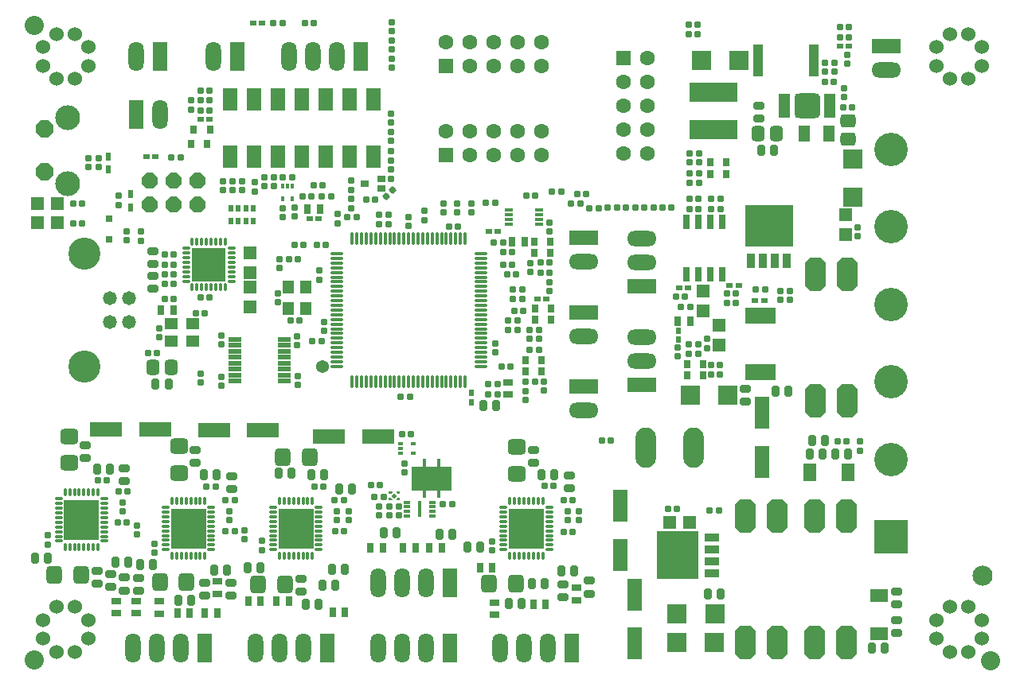
<source format=gts>
G04*
G04 #@! TF.GenerationSoftware,Altium Limited,Altium Designer,18.1.9 (240)*
G04*
G04 Layer_Color=8388736*
%FSLAX25Y25*%
%MOIN*%
G70*
G01*
G75*
%ADD18C,0.03000*%
%ADD103C,0.06306*%
%ADD104R,0.04600X0.01300*%
%ADD105R,0.05300X0.01700*%
%ADD106R,0.16800X0.10400*%
%ADD107R,0.06306X0.09573*%
%ADD108R,0.03550X0.01565*%
G04:AMPARAMS|DCode=109|XSize=33.13mil|YSize=43.37mil|CornerRadius=7.83mil|HoleSize=0mil|Usage=FLASHONLY|Rotation=180.000|XOffset=0mil|YOffset=0mil|HoleType=Round|Shape=RoundedRectangle|*
%AMROUNDEDRECTD109*
21,1,0.03313,0.02772,0,0,180.0*
21,1,0.01748,0.04337,0,0,180.0*
1,1,0.01565,-0.00874,0.01386*
1,1,0.01565,0.00874,0.01386*
1,1,0.01565,0.00874,-0.01386*
1,1,0.01565,-0.00874,-0.01386*
%
%ADD109ROUNDEDRECTD109*%
%ADD110R,0.20479X0.08215*%
%ADD111R,0.08300X0.08300*%
G04:AMPARAMS|DCode=112|XSize=56mil|YSize=64mil|CornerRadius=15mil|HoleSize=0mil|Usage=FLASHONLY|Rotation=270.000|XOffset=0mil|YOffset=0mil|HoleType=Round|Shape=RoundedRectangle|*
%AMROUNDEDRECTD112*
21,1,0.05600,0.03400,0,0,270.0*
21,1,0.02600,0.06400,0,0,270.0*
1,1,0.03000,-0.01700,-0.01300*
1,1,0.03000,-0.01700,0.01300*
1,1,0.03000,0.01700,0.01300*
1,1,0.03000,0.01700,-0.01300*
%
%ADD112ROUNDEDRECTD112*%
%ADD113R,0.04731X0.07093*%
%ADD114R,0.05833X0.07487*%
%ADD115R,0.02400X0.03200*%
%ADD116R,0.05400X0.01900*%
G04:AMPARAMS|DCode=117|XSize=80mil|YSize=80mil|CornerRadius=40mil|HoleSize=0mil|Usage=FLASHONLY|Rotation=0.000|XOffset=0mil|YOffset=0mil|HoleType=Round|Shape=RoundedRectangle|*
%AMROUNDEDRECTD117*
21,1,0.08000,0.00000,0,0,0.0*
21,1,0.00000,0.08000,0,0,0.0*
1,1,0.08000,0.00000,0.00000*
1,1,0.08000,0.00000,0.00000*
1,1,0.08000,0.00000,0.00000*
1,1,0.08000,0.00000,0.00000*
%
%ADD117ROUNDEDRECTD117*%
%ADD118R,0.13000X0.06700*%
G04:AMPARAMS|DCode=119|XSize=56mil|YSize=64mil|CornerRadius=15mil|HoleSize=0mil|Usage=FLASHONLY|Rotation=180.000|XOffset=0mil|YOffset=0mil|HoleType=Round|Shape=RoundedRectangle|*
%AMROUNDEDRECTD119*
21,1,0.05600,0.03400,0,0,180.0*
21,1,0.02600,0.06400,0,0,180.0*
1,1,0.03000,-0.01300,0.01700*
1,1,0.03000,0.01300,0.01700*
1,1,0.03000,0.01300,-0.01700*
1,1,0.03000,-0.01300,-0.01700*
%
%ADD119ROUNDEDRECTD119*%
G04:AMPARAMS|DCode=120|XSize=26mil|YSize=28mil|CornerRadius=6.4mil|HoleSize=0mil|Usage=FLASHONLY|Rotation=0.000|XOffset=0mil|YOffset=0mil|HoleType=Round|Shape=RoundedRectangle|*
%AMROUNDEDRECTD120*
21,1,0.02600,0.01520,0,0,0.0*
21,1,0.01320,0.02800,0,0,0.0*
1,1,0.01280,0.00660,-0.00760*
1,1,0.01280,-0.00660,-0.00760*
1,1,0.01280,-0.00660,0.00760*
1,1,0.01280,0.00660,0.00760*
%
%ADD120ROUNDEDRECTD120*%
%ADD121R,0.05600X0.04600*%
%ADD122R,0.02400X0.03000*%
G04:AMPARAMS|DCode=123|XSize=33.13mil|YSize=43.37mil|CornerRadius=7.83mil|HoleSize=0mil|Usage=FLASHONLY|Rotation=90.000|XOffset=0mil|YOffset=0mil|HoleType=Round|Shape=RoundedRectangle|*
%AMROUNDEDRECTD123*
21,1,0.03313,0.02772,0,0,90.0*
21,1,0.01748,0.04337,0,0,90.0*
1,1,0.01565,0.01386,0.00874*
1,1,0.01565,0.01386,-0.00874*
1,1,0.01565,-0.01386,-0.00874*
1,1,0.01565,-0.01386,0.00874*
%
%ADD123ROUNDEDRECTD123*%
G04:AMPARAMS|DCode=124|XSize=26mil|YSize=28mil|CornerRadius=6.4mil|HoleSize=0mil|Usage=FLASHONLY|Rotation=270.000|XOffset=0mil|YOffset=0mil|HoleType=Round|Shape=RoundedRectangle|*
%AMROUNDEDRECTD124*
21,1,0.02600,0.01520,0,0,270.0*
21,1,0.01320,0.02800,0,0,270.0*
1,1,0.01280,-0.00760,-0.00660*
1,1,0.01280,-0.00760,0.00660*
1,1,0.01280,0.00760,0.00660*
1,1,0.01280,0.00760,-0.00660*
%
%ADD124ROUNDEDRECTD124*%
%ADD125O,0.01384X0.05518*%
%ADD126O,0.05518X0.01384*%
%ADD127R,0.02800X0.02800*%
%ADD128R,0.03943X0.13392*%
%ADD129C,0.06000*%
G04:AMPARAMS|DCode=130|XSize=67mil|YSize=75mil|CornerRadius=17.75mil|HoleSize=0mil|Usage=FLASHONLY|Rotation=90.000|XOffset=0mil|YOffset=0mil|HoleType=Round|Shape=RoundedRectangle|*
%AMROUNDEDRECTD130*
21,1,0.06700,0.03950,0,0,90.0*
21,1,0.03150,0.07500,0,0,90.0*
1,1,0.03550,0.01975,0.01575*
1,1,0.03550,0.01975,-0.01575*
1,1,0.03550,-0.01975,-0.01575*
1,1,0.03550,-0.01975,0.01575*
%
%ADD130ROUNDEDRECTD130*%
%ADD131R,0.13786X0.05912*%
%ADD132R,0.06000X0.03200*%
%ADD133R,0.17400X0.20100*%
%ADD134R,0.02800X0.06400*%
%ADD135R,0.05200X0.05200*%
G04:AMPARAMS|DCode=136|XSize=54mil|YSize=54mil|CornerRadius=27mil|HoleSize=0mil|Usage=FLASHONLY|Rotation=270.000|XOffset=0mil|YOffset=0mil|HoleType=Round|Shape=RoundedRectangle|*
%AMROUNDEDRECTD136*
21,1,0.05400,0.00000,0,0,270.0*
21,1,0.00000,0.05400,0,0,270.0*
1,1,0.05400,0.00000,0.00000*
1,1,0.05400,0.00000,0.00000*
1,1,0.05400,0.00000,0.00000*
1,1,0.05400,0.00000,0.00000*
%
%ADD136ROUNDEDRECTD136*%
%ADD137R,0.03038X0.03865*%
%ADD138R,0.14573X0.16542*%
%ADD139O,0.01384X0.03747*%
%ADD140O,0.03747X0.01384*%
G04:AMPARAMS|DCode=141|XSize=14.96mil|YSize=35.43mil|CornerRadius=6.38mil|HoleSize=0mil|Usage=FLASHONLY|Rotation=180.000|XOffset=0mil|YOffset=0mil|HoleType=Round|Shape=RoundedRectangle|*
%AMROUNDEDRECTD141*
21,1,0.01496,0.02268,0,0,180.0*
21,1,0.00221,0.03543,0,0,180.0*
1,1,0.01276,-0.00110,0.01134*
1,1,0.01276,0.00110,0.01134*
1,1,0.01276,0.00110,-0.01134*
1,1,0.01276,-0.00110,-0.01134*
%
%ADD141ROUNDEDRECTD141*%
G04:AMPARAMS|DCode=142|XSize=14.96mil|YSize=35.43mil|CornerRadius=6.38mil|HoleSize=0mil|Usage=FLASHONLY|Rotation=270.000|XOffset=0mil|YOffset=0mil|HoleType=Round|Shape=RoundedRectangle|*
%AMROUNDEDRECTD142*
21,1,0.01496,0.02268,0,0,270.0*
21,1,0.00221,0.03543,0,0,270.0*
1,1,0.01276,-0.01134,-0.00110*
1,1,0.01276,-0.01134,0.00110*
1,1,0.01276,0.01134,0.00110*
1,1,0.01276,0.01134,-0.00110*
%
%ADD142ROUNDEDRECTD142*%
%ADD143R,0.14100X0.14100*%
%ADD144R,0.02762X0.03550*%
G04:AMPARAMS|DCode=145|XSize=109mil|YSize=109mil|CornerRadius=28.25mil|HoleSize=0mil|Usage=FLASHONLY|Rotation=180.000|XOffset=0mil|YOffset=0mil|HoleType=Round|Shape=RoundedRectangle|*
%AMROUNDEDRECTD145*
21,1,0.10900,0.05250,0,0,180.0*
21,1,0.05250,0.10900,0,0,180.0*
1,1,0.05650,-0.02625,0.02625*
1,1,0.05650,0.02625,0.02625*
1,1,0.05650,0.02625,-0.02625*
1,1,0.05650,-0.02625,-0.02625*
%
%ADD145ROUNDEDRECTD145*%
%ADD146R,0.04836X0.01985*%
%ADD147R,0.02368X0.02565*%
%ADD148R,0.03550X0.02565*%
%ADD149R,0.02565X0.01384*%
%ADD150R,0.01187X0.06699*%
%ADD151R,0.02172X0.01581*%
%ADD152R,0.08471X0.08471*%
%ADD153O,0.01502X0.03550*%
%ADD154O,0.03550X0.01502*%
%ADD155P,0.02132X4X180.0*%
%ADD156R,0.01581X0.02172*%
G04:AMPARAMS|DCode=157|XSize=27.62mil|YSize=28mil|CornerRadius=6.72mil|HoleSize=0mil|Usage=FLASHONLY|Rotation=90.000|XOffset=0mil|YOffset=0mil|HoleType=Round|Shape=RoundedRectangle|*
%AMROUNDEDRECTD157*
21,1,0.02762,0.01455,0,0,90.0*
21,1,0.01417,0.02800,0,0,90.0*
1,1,0.01345,0.00728,0.00709*
1,1,0.01345,0.00728,-0.00709*
1,1,0.01345,-0.00728,-0.00709*
1,1,0.01345,-0.00728,0.00709*
%
%ADD157ROUNDEDRECTD157*%
%ADD158R,0.02565X0.02368*%
%ADD159R,0.03865X0.03038*%
%ADD160R,0.05912X0.13786*%
G04:AMPARAMS|DCode=161|XSize=67mil|YSize=75mil|CornerRadius=17.75mil|HoleSize=0mil|Usage=FLASHONLY|Rotation=180.000|XOffset=0mil|YOffset=0mil|HoleType=Round|Shape=RoundedRectangle|*
%AMROUNDEDRECTD161*
21,1,0.06700,0.03950,0,0,180.0*
21,1,0.03150,0.07500,0,0,180.0*
1,1,0.03550,-0.01575,0.01975*
1,1,0.03550,0.01575,0.01975*
1,1,0.03550,0.01575,-0.01975*
1,1,0.03550,-0.01575,-0.01975*
%
%ADD161ROUNDEDRECTD161*%
%ADD162R,0.05200X0.05200*%
%ADD163R,0.08300X0.08300*%
%ADD164R,0.04600X0.05600*%
G04:AMPARAMS|DCode=165|XSize=26mil|YSize=28mil|CornerRadius=6.4mil|HoleSize=0mil|Usage=FLASHONLY|Rotation=225.000|XOffset=0mil|YOffset=0mil|HoleType=Round|Shape=RoundedRectangle|*
%AMROUNDEDRECTD165*
21,1,0.02600,0.01520,0,0,225.0*
21,1,0.01320,0.02800,0,0,225.0*
1,1,0.01280,-0.01004,0.00071*
1,1,0.01280,-0.00071,0.01004*
1,1,0.01280,0.01004,-0.00071*
1,1,0.01280,0.00071,-0.01004*
%
%ADD165ROUNDEDRECTD165*%
%ADD166R,0.07487X0.05833*%
%ADD167R,0.03200X0.06000*%
%ADD168R,0.20100X0.17400*%
%ADD169R,0.06306X0.06306*%
%ADD170C,0.06306*%
%ADD171O,0.08650X0.16900*%
%ADD172R,0.06306X0.06306*%
G04:AMPARAMS|DCode=173|XSize=137mil|YSize=87mil|CornerRadius=0mil|HoleSize=0mil|Usage=FLASHONLY|Rotation=270.000|XOffset=0mil|YOffset=0mil|HoleType=Round|Shape=Octagon|*
%AMOCTAGOND173*
4,1,8,-0.02175,-0.06850,0.02175,-0.06850,0.04350,-0.04675,0.04350,0.04675,0.02175,0.06850,-0.02175,0.06850,-0.04350,0.04675,-0.04350,-0.04675,-0.02175,-0.06850,0.0*
%
%ADD173OCTAGOND173*%

%ADD174P,0.07144X8X22.5*%
%ADD175C,0.05800*%
%ADD176C,0.13450*%
%ADD177P,0.08010X8X292.5*%
%ADD178C,0.10400*%
%ADD179R,0.12400X0.06400*%
%ADD180O,0.12400X0.06400*%
%ADD181R,0.06400X0.12400*%
%ADD182O,0.06400X0.12400*%
%ADD183O,0.13998X0.14000*%
%ADD184R,0.13998X0.14000*%
%ADD185C,0.08400*%
%ADD186C,0.02400*%
G36*
X67874Y-150925D02*
Y-150492D01*
X67283Y-149902D01*
X66260D01*
Y-150925D01*
X67874D01*
D02*
G37*
G36*
X66260Y-147303D02*
Y-148327D01*
X67283D01*
X67874Y-147736D01*
Y-147303D01*
X66260D01*
D02*
G37*
G36*
X71142Y-150925D02*
Y-149902D01*
X70118D01*
X69528Y-150492D01*
Y-150925D01*
X71142D01*
D02*
G37*
G36*
X69528Y-147303D02*
Y-147736D01*
X70118Y-148327D01*
X71142D01*
Y-147303D01*
X69528D01*
D02*
G37*
G54D18*
X193156Y-170057D02*
D03*
Y-166058D02*
D03*
X189156D02*
D03*
Y-170057D02*
D03*
X185156D02*
D03*
Y-166058D02*
D03*
X181156D02*
D03*
Y-170057D02*
D03*
Y-178058D02*
D03*
Y-182057D02*
D03*
X185156D02*
D03*
Y-178058D02*
D03*
X189156D02*
D03*
Y-182057D02*
D03*
X193156D02*
D03*
Y-178058D02*
D03*
Y-174057D02*
D03*
X189156D02*
D03*
X181156D02*
D03*
X185156D02*
D03*
X119644Y-156324D02*
D03*
X128305Y-169316D02*
D03*
X123975D02*
D03*
X119644D02*
D03*
X128305Y-164985D02*
D03*
X123975D02*
D03*
X119644D02*
D03*
X128305Y-160654D02*
D03*
X123975D02*
D03*
X119644D02*
D03*
X128305Y-156324D02*
D03*
X123975D02*
D03*
X-8925Y-52225D02*
D03*
Y-48485D02*
D03*
X-12694Y-48449D02*
D03*
X-12646Y-52225D02*
D03*
X-12665Y-56064D02*
D03*
X-8925Y-55965D02*
D03*
X-5185D02*
D03*
Y-52225D02*
D03*
Y-48485D02*
D03*
X-62163Y-152724D02*
D03*
X-57832D02*
D03*
X-66494Y-157054D02*
D03*
X-62163D02*
D03*
X-57832D02*
D03*
X-66494Y-161385D02*
D03*
X-62163D02*
D03*
X-57832D02*
D03*
X-66494Y-165716D02*
D03*
X-62163D02*
D03*
X-57832D02*
D03*
X-66494Y-152724D02*
D03*
X-17425Y-156324D02*
D03*
X-13094D02*
D03*
X-21756Y-160654D02*
D03*
X-17425D02*
D03*
X-13094D02*
D03*
X-21756Y-164985D02*
D03*
X-17425D02*
D03*
X-13094D02*
D03*
X-21756Y-169316D02*
D03*
X-17425D02*
D03*
X-13094D02*
D03*
X-21756Y-156324D02*
D03*
X27575D02*
D03*
X31905D02*
D03*
X23244Y-160654D02*
D03*
X27575D02*
D03*
X31905D02*
D03*
X23244Y-164985D02*
D03*
X27575D02*
D03*
X31905D02*
D03*
X23244Y-169316D02*
D03*
X27575D02*
D03*
X31905D02*
D03*
X23244Y-156324D02*
D03*
X229688Y-41948D02*
D03*
X233688D02*
D03*
Y-37948D02*
D03*
X229688D02*
D03*
Y-33948D02*
D03*
X233688D02*
D03*
Y-29948D02*
D03*
X229688D02*
D03*
X221688D02*
D03*
X217688D02*
D03*
Y-33948D02*
D03*
X221688D02*
D03*
Y-37948D02*
D03*
X217688D02*
D03*
Y-41948D02*
D03*
X221688D02*
D03*
X225688D02*
D03*
Y-37948D02*
D03*
Y-29948D02*
D03*
Y-33948D02*
D03*
G54D103*
X174743Y34346D02*
D03*
Y24346D02*
D03*
Y14346D02*
D03*
Y4346D02*
D03*
Y-5654D02*
D03*
G54D104*
X22487Y-83471D02*
D03*
X22487Y-85971D02*
D03*
X22487Y-88471D02*
D03*
X22487Y-90971D02*
D03*
X22487Y-93471D02*
D03*
X22487Y-95971D02*
D03*
Y-98471D02*
D03*
X22487Y-100971D02*
D03*
X2087D02*
D03*
X2087Y-98471D02*
D03*
Y-95971D02*
D03*
X2087Y-93471D02*
D03*
X2087Y-90971D02*
D03*
Y-88471D02*
D03*
X2087Y-85971D02*
D03*
X2087Y-83471D02*
D03*
G54D105*
X22537Y-83471D02*
D03*
X22537Y-85971D02*
D03*
X22537Y-88471D02*
D03*
X22537Y-90971D02*
D03*
X22537Y-93471D02*
D03*
X22537Y-95971D02*
D03*
X22537Y-98471D02*
D03*
X22537Y-100971D02*
D03*
X2038Y-100971D02*
D03*
X2037Y-98471D02*
D03*
Y-95971D02*
D03*
X2038Y-93471D02*
D03*
X2037Y-90971D02*
D03*
Y-88471D02*
D03*
X2038Y-85971D02*
D03*
Y-83471D02*
D03*
G54D106*
X84350Y-141834D02*
D03*
G54D107*
X0Y-6949D02*
D03*
Y16949D02*
D03*
X10000Y-6949D02*
D03*
Y16949D02*
D03*
X20000Y-6949D02*
D03*
Y16949D02*
D03*
X30000Y-6949D02*
D03*
Y16949D02*
D03*
X40000Y-6949D02*
D03*
Y16949D02*
D03*
X50000Y-6949D02*
D03*
Y16949D02*
D03*
X60000Y-6949D02*
D03*
Y16949D02*
D03*
G54D108*
X116701Y-29247D02*
D03*
Y-31216D02*
D03*
Y-33184D02*
D03*
Y-35153D02*
D03*
X129299Y-29247D02*
D03*
Y-31216D02*
D03*
Y-33184D02*
D03*
Y-35153D02*
D03*
G54D109*
X-31152Y-102126D02*
D03*
X-25798D02*
D03*
X199998Y-190425D02*
D03*
X205352D02*
D03*
X126298Y-185925D02*
D03*
X131652D02*
D03*
X104752Y-170525D02*
D03*
X99398D02*
D03*
X122052Y-194125D02*
D03*
X116698D02*
D03*
X135652Y-140325D02*
D03*
X130298D02*
D03*
X138698Y-180725D02*
D03*
X144052D02*
D03*
X7498Y-179325D02*
D03*
X12852D02*
D03*
X38598Y-186625D02*
D03*
X43952D02*
D03*
X20198Y-139725D02*
D03*
X25552D02*
D03*
X69705Y-164665D02*
D03*
X64350D02*
D03*
X93052Y-165125D02*
D03*
X87698D02*
D03*
X45598Y-146125D02*
D03*
X50952D02*
D03*
X33998Y-140425D02*
D03*
X39352D02*
D03*
X48052Y-180025D02*
D03*
X42698D02*
D03*
X-10902Y-140425D02*
D03*
X-5548D02*
D03*
X-1148Y-180125D02*
D03*
X-6502D02*
D03*
X-16148Y-192825D02*
D03*
X-21502D02*
D03*
X-32223Y-177900D02*
D03*
X-37577D02*
D03*
X31698Y-194625D02*
D03*
X37052D02*
D03*
X243548Y-125875D02*
D03*
X248902D02*
D03*
X242798Y-131625D02*
D03*
X248152D02*
D03*
X253498D02*
D03*
X258852D02*
D03*
X227552Y-4125D02*
D03*
X222198D02*
D03*
X233852Y-105125D02*
D03*
X228498D02*
D03*
X-55502Y-137925D02*
D03*
X-50148D02*
D03*
X-42548Y-176925D02*
D03*
X-47902D02*
D03*
X-76248Y-175325D02*
D03*
X-81602D02*
D03*
X111240Y-111417D02*
D03*
X105886D02*
D03*
X274152Y-213025D02*
D03*
X268798D02*
D03*
G54D110*
X202275Y20149D02*
D03*
Y4401D02*
D03*
G54D111*
X197201Y33275D02*
D03*
X212975D02*
D03*
X208349Y-106925D02*
D03*
X192575D02*
D03*
X187146Y-198458D02*
D03*
X202921D02*
D03*
X202830Y-210442D02*
D03*
X187056D02*
D03*
G54D112*
X258575Y7915D02*
D03*
Y375D02*
D03*
G54D113*
X240358Y2675D02*
D03*
X250791D02*
D03*
G54D114*
X242565Y-139425D02*
D03*
X258785D02*
D03*
G54D115*
X-50925Y-12381D02*
D03*
Y-6869D02*
D03*
X-41608Y-22657D02*
D03*
Y-28168D02*
D03*
G54D116*
X22587Y-83471D02*
D03*
Y-85971D02*
D03*
X2051Y-101021D02*
D03*
X22587Y-98521D02*
D03*
X2051D02*
D03*
Y-93521D02*
D03*
X22587Y-101021D02*
D03*
X2051Y-96021D02*
D03*
X22587D02*
D03*
X22587Y-93521D02*
D03*
X22587Y-88471D02*
D03*
X2051Y-90971D02*
D03*
Y-88471D02*
D03*
Y-83471D02*
D03*
X22587Y-90971D02*
D03*
X2051Y-85971D02*
D03*
G54D117*
X-82102Y-218009D02*
D03*
X318193Y-218402D02*
D03*
X-82102Y48035D02*
D03*
G54D118*
X222008Y-97417D02*
D03*
Y-73706D02*
D03*
G54D119*
X-32225Y-95225D02*
D03*
X-24685D02*
D03*
X221135Y2775D02*
D03*
X228675D02*
D03*
G54D120*
X-27315Y-56325D02*
D03*
X-23525D02*
D03*
X21939Y49016D02*
D03*
X18150D02*
D03*
X169587Y-28425D02*
D03*
X165816D02*
D03*
X154252Y-28504D02*
D03*
X150462D02*
D03*
X149026Y-22520D02*
D03*
X145236D02*
D03*
X142756Y-26693D02*
D03*
X146546D02*
D03*
X186683Y-65765D02*
D03*
X190472D02*
D03*
X35010Y49016D02*
D03*
X31220D02*
D03*
X158100Y-28425D02*
D03*
X161890D02*
D03*
X38239Y-84173D02*
D03*
X34449D02*
D03*
X173428Y-28425D02*
D03*
X177217D02*
D03*
X123966Y-23307D02*
D03*
X127756D02*
D03*
X180974Y-28425D02*
D03*
X184764D02*
D03*
X255344Y47244D02*
D03*
X259134D02*
D03*
X89173Y-152461D02*
D03*
X92943D02*
D03*
X60660Y-24902D02*
D03*
X56870D02*
D03*
X60433Y-149606D02*
D03*
X64203D02*
D03*
X72047Y-123425D02*
D03*
X75817D02*
D03*
X254200Y-126300D02*
D03*
X257990D02*
D03*
X207885Y-64425D02*
D03*
X211675D02*
D03*
X34165Y-23625D02*
D03*
X30375D02*
D03*
X118985Y-71525D02*
D03*
X122775D02*
D03*
X26875Y-43925D02*
D03*
X30665D02*
D03*
X36275D02*
D03*
X40065D02*
D03*
X207885Y-68325D02*
D03*
X211675D02*
D03*
X205145Y-94125D02*
D03*
X201375D02*
D03*
X143445Y-164225D02*
D03*
X139675D02*
D03*
X131575Y-145025D02*
D03*
X135345D02*
D03*
X139605Y-150925D02*
D03*
X143375D02*
D03*
X44075Y-163825D02*
D03*
X47845D02*
D03*
X35275Y-145125D02*
D03*
X39045D02*
D03*
X47575Y-150925D02*
D03*
X43805D02*
D03*
X1945Y-164025D02*
D03*
X-1825D02*
D03*
X-9825Y-145125D02*
D03*
X-6055D02*
D03*
X-1857Y-151025D02*
D03*
X1913D02*
D03*
X248975Y24375D02*
D03*
X252745D02*
D03*
X118505Y-62725D02*
D03*
X122275D02*
D03*
X118075Y-47025D02*
D03*
X114305D02*
D03*
X119699Y-56296D02*
D03*
X115929D02*
D03*
X25267Y-75705D02*
D03*
X29037D02*
D03*
X-8690Y-66047D02*
D03*
X-12460D02*
D03*
X-10525Y-72525D02*
D03*
X-14295D02*
D03*
X-27325Y-47925D02*
D03*
X-23555D02*
D03*
X-27325Y-60325D02*
D03*
X-23555D02*
D03*
X-34295Y-89225D02*
D03*
X-30525D02*
D03*
X71457Y-107677D02*
D03*
X75227D02*
D03*
X118124Y-52162D02*
D03*
X114354D02*
D03*
X-43155Y-160225D02*
D03*
X-46925D02*
D03*
X-55425Y-142525D02*
D03*
X-51655D02*
D03*
X-46595Y-147425D02*
D03*
X-42825D02*
D03*
X159375Y-126025D02*
D03*
X155605D02*
D03*
X-27325Y-66725D02*
D03*
X-23555D02*
D03*
X-20700Y-7300D02*
D03*
X-24490D02*
D03*
X-12300Y16600D02*
D03*
X-8510D02*
D03*
X-12300Y20700D02*
D03*
X-8510D02*
D03*
X-8500Y12400D02*
D03*
X-12290D02*
D03*
X259175Y43120D02*
D03*
X255385D02*
D03*
X192039Y48518D02*
D03*
X195828D02*
D03*
X192039Y44518D02*
D03*
X195828D02*
D03*
X201375Y-98425D02*
D03*
X205165D02*
D03*
X123785Y-101225D02*
D03*
X127575D02*
D03*
X118475Y-66525D02*
D03*
X122265D02*
D03*
X192175Y-89625D02*
D03*
X195965D02*
D03*
X195975Y-85625D02*
D03*
X192185D02*
D03*
X52973Y-32283D02*
D03*
X49183D02*
D03*
X18200Y-15500D02*
D03*
X14430D02*
D03*
X256585Y13875D02*
D03*
X260375D02*
D03*
X201500Y-24500D02*
D03*
X205290D02*
D03*
X129975Y-51425D02*
D03*
X133765D02*
D03*
X188810Y-69900D02*
D03*
X192600D02*
D03*
X-27315Y-52225D02*
D03*
X-23525D02*
D03*
X110475Y-42825D02*
D03*
X114265D02*
D03*
X220085Y-62525D02*
D03*
X223875D02*
D03*
X110975Y-26325D02*
D03*
X107185D02*
D03*
X200785Y-155125D02*
D03*
X204575D02*
D03*
X183275Y-154525D02*
D03*
X187065D02*
D03*
X125485Y-87925D02*
D03*
X129275D02*
D03*
X-61925Y-34825D02*
D03*
X-65715D02*
D03*
X133765Y-55625D02*
D03*
X129975D02*
D03*
X195990Y-24500D02*
D03*
X192200D02*
D03*
X205300Y-28800D02*
D03*
X201510D02*
D03*
X192210D02*
D03*
X196000D02*
D03*
X18200Y-19400D02*
D03*
X14410D02*
D03*
X-61900Y-26725D02*
D03*
X-65690D02*
D03*
X62825Y-144685D02*
D03*
X59035D02*
D03*
X117475Y-95075D02*
D03*
X113685D02*
D03*
X120275Y-75575D02*
D03*
X116485D02*
D03*
X120275Y-79475D02*
D03*
X116485D02*
D03*
X25900Y-15500D02*
D03*
X22110D02*
D03*
X28475Y-49938D02*
D03*
X24685D02*
D03*
X91702Y-36319D02*
D03*
X95492D02*
D03*
X108175Y-102425D02*
D03*
X111965D02*
D03*
X42254Y-23465D02*
D03*
X38464D02*
D03*
X38711Y-18799D02*
D03*
X34921D02*
D03*
X138632Y-21614D02*
D03*
X134843D02*
D03*
X111948Y-106604D02*
D03*
X108158D02*
D03*
G54D121*
X-24653Y-84367D02*
D03*
X-15525D02*
D03*
Y-77025D02*
D03*
X-24653D02*
D03*
G54D122*
X9827Y-33996D02*
D03*
X6677D02*
D03*
X3502D02*
D03*
X302D02*
D03*
Y-28639D02*
D03*
X3502D02*
D03*
X6677D02*
D03*
X9827D02*
D03*
G54D123*
X-32425Y-57048D02*
D03*
Y-62402D02*
D03*
X-44225Y-137548D02*
D03*
Y-142902D02*
D03*
X126975Y-129848D02*
D03*
Y-135202D02*
D03*
X139275Y-186125D02*
D03*
Y-191480D02*
D03*
X150475Y-184748D02*
D03*
Y-190102D02*
D03*
X142075Y-140548D02*
D03*
Y-145902D02*
D03*
X29700Y-189277D02*
D03*
Y-183923D02*
D03*
X-10600Y-190877D02*
D03*
Y-185523D02*
D03*
X-14625Y-129948D02*
D03*
Y-135302D02*
D03*
X200Y-190877D02*
D03*
Y-185523D02*
D03*
X675Y-140948D02*
D03*
Y-146302D02*
D03*
X215775Y-104148D02*
D03*
Y-109502D02*
D03*
X221375Y8998D02*
D03*
Y14352D02*
D03*
X-55625Y-180648D02*
D03*
Y-186002D02*
D03*
X-49925Y-187402D02*
D03*
Y-182048D02*
D03*
X-60625Y-128048D02*
D03*
Y-133402D02*
D03*
X-44175Y-188779D02*
D03*
Y-183425D02*
D03*
X-38375Y-183448D02*
D03*
Y-188802D02*
D03*
X-32425Y-51903D02*
D03*
Y-46548D02*
D03*
X279175Y-189348D02*
D03*
Y-194702D02*
D03*
Y-201148D02*
D03*
Y-206502D02*
D03*
G54D124*
X37477Y-58435D02*
D03*
Y-54665D02*
D03*
X230400Y-67000D02*
D03*
Y-63210D02*
D03*
X44961Y-34803D02*
D03*
Y-31013D02*
D03*
X133583Y-38400D02*
D03*
Y-34610D02*
D03*
X133637Y-63278D02*
D03*
Y-59488D02*
D03*
X187343Y-90640D02*
D03*
Y-86850D02*
D03*
X131339Y-101171D02*
D03*
Y-104961D02*
D03*
X67677Y34065D02*
D03*
Y30275D02*
D03*
X67598Y45777D02*
D03*
Y49567D02*
D03*
X39272Y-80089D02*
D03*
Y-76299D02*
D03*
X67441Y11113D02*
D03*
Y7323D02*
D03*
Y-8475D02*
D03*
Y-4685D02*
D03*
X67520Y3435D02*
D03*
Y-354D02*
D03*
X67421Y-16172D02*
D03*
Y-12382D02*
D03*
X27067Y-32028D02*
D03*
Y-28258D02*
D03*
X70571Y-157382D02*
D03*
Y-153612D02*
D03*
X62500Y-157382D02*
D03*
Y-153612D02*
D03*
X66535Y-157382D02*
D03*
Y-153612D02*
D03*
X73130Y-139400D02*
D03*
Y-135610D02*
D03*
X234500Y-63210D02*
D03*
Y-67000D02*
D03*
X196275Y-9375D02*
D03*
Y-5605D02*
D03*
X109775Y-171995D02*
D03*
Y-168225D02*
D03*
X141275Y-159325D02*
D03*
Y-155555D02*
D03*
X13375Y-171795D02*
D03*
Y-168025D02*
D03*
X44775Y-155555D02*
D03*
Y-159325D02*
D03*
X-31725Y-172895D02*
D03*
Y-169125D02*
D03*
X-225Y-159425D02*
D03*
Y-155655D02*
D03*
X-43472Y-38325D02*
D03*
Y-42095D02*
D03*
X-3658Y-81985D02*
D03*
Y-85755D02*
D03*
X28134Y-85913D02*
D03*
Y-82143D02*
D03*
X28232Y-102661D02*
D03*
Y-98891D02*
D03*
X-3559Y-99180D02*
D03*
Y-102950D02*
D03*
X81378Y-33484D02*
D03*
Y-29714D02*
D03*
X19875Y-64155D02*
D03*
Y-67925D02*
D03*
X-29625Y-82595D02*
D03*
Y-78825D02*
D03*
X20709Y-53602D02*
D03*
Y-49832D02*
D03*
X-59225Y-11325D02*
D03*
Y-7555D02*
D03*
X111075Y-85298D02*
D03*
Y-89068D02*
D03*
X-44825Y-155725D02*
D03*
Y-151955D02*
D03*
X-76325Y-169495D02*
D03*
Y-165725D02*
D03*
X67682Y38043D02*
D03*
Y41813D02*
D03*
X-16400Y12900D02*
D03*
Y16690D02*
D03*
X258504Y35758D02*
D03*
Y31969D02*
D03*
X-12400Y-97810D02*
D03*
Y-101600D02*
D03*
X192275Y-5585D02*
D03*
Y-9375D02*
D03*
X125375Y-83415D02*
D03*
Y-79625D02*
D03*
X196325Y-17825D02*
D03*
Y-14035D02*
D03*
X50827Y-24675D02*
D03*
Y-28465D02*
D03*
X22146Y-32402D02*
D03*
Y-28612D02*
D03*
X5100Y-21000D02*
D03*
Y-17230D02*
D03*
X1000Y-21000D02*
D03*
Y-17230D02*
D03*
X146075Y-155525D02*
D03*
Y-159315D02*
D03*
X49575D02*
D03*
Y-155525D02*
D03*
X5875Y-163625D02*
D03*
Y-167415D02*
D03*
X253175Y32365D02*
D03*
Y28575D02*
D03*
X249175Y28585D02*
D03*
Y32375D02*
D03*
X256975Y18085D02*
D03*
Y21875D02*
D03*
X125775Y-51635D02*
D03*
Y-55425D02*
D03*
X123775Y-109025D02*
D03*
Y-105235D02*
D03*
X129475Y-83415D02*
D03*
Y-79625D02*
D03*
X62205Y-31378D02*
D03*
Y-35168D02*
D03*
X-37472Y-42124D02*
D03*
Y-38335D02*
D03*
X199775Y-87125D02*
D03*
Y-83335D02*
D03*
X262800Y-40290D02*
D03*
Y-36500D02*
D03*
X-46628Y-27204D02*
D03*
Y-23414D02*
D03*
X-55125Y-7535D02*
D03*
Y-11325D02*
D03*
X-39025Y-161625D02*
D03*
Y-165415D02*
D03*
X192225Y-17825D02*
D03*
Y-14035D02*
D03*
X74685Y-32234D02*
D03*
Y-36024D02*
D03*
X-3000Y-17200D02*
D03*
Y-20990D02*
D03*
X10500Y-21490D02*
D03*
Y-17700D02*
D03*
X100875Y-26525D02*
D03*
Y-30315D02*
D03*
X95175Y-26525D02*
D03*
Y-30315D02*
D03*
X89375Y-26625D02*
D03*
Y-30415D02*
D03*
X50827Y-16998D02*
D03*
Y-20787D02*
D03*
X66240Y-35168D02*
D03*
Y-31378D02*
D03*
G54D125*
X98376Y-41107D02*
D03*
X96407D02*
D03*
X94439D02*
D03*
X92470D02*
D03*
X90502D02*
D03*
X88533D02*
D03*
X86565D02*
D03*
X84596D02*
D03*
X82628D02*
D03*
X80659D02*
D03*
X78690D02*
D03*
X76722D02*
D03*
X74753D02*
D03*
X72785D02*
D03*
X70816D02*
D03*
X68848D02*
D03*
X66879D02*
D03*
X64911D02*
D03*
X62942D02*
D03*
X60974D02*
D03*
X59005D02*
D03*
X57037D02*
D03*
X55068D02*
D03*
X53100D02*
D03*
X51131D02*
D03*
Y-101343D02*
D03*
X53100D02*
D03*
X55068D02*
D03*
X57037D02*
D03*
X59005D02*
D03*
X60974D02*
D03*
X62942D02*
D03*
X64911D02*
D03*
X66879D02*
D03*
X68848D02*
D03*
X70816D02*
D03*
X72785D02*
D03*
X74753D02*
D03*
X76722D02*
D03*
X78690D02*
D03*
X80659D02*
D03*
X82628D02*
D03*
X84596D02*
D03*
X86565D02*
D03*
X88533D02*
D03*
X90502D02*
D03*
X92470D02*
D03*
X94439D02*
D03*
X96407D02*
D03*
X98376D02*
D03*
G54D126*
X44635Y-47603D02*
D03*
Y-49572D02*
D03*
Y-51540D02*
D03*
Y-53509D02*
D03*
Y-55477D02*
D03*
Y-57446D02*
D03*
Y-59414D02*
D03*
Y-61383D02*
D03*
Y-63351D02*
D03*
Y-65320D02*
D03*
Y-67288D02*
D03*
Y-69257D02*
D03*
Y-71225D02*
D03*
Y-73194D02*
D03*
Y-75162D02*
D03*
Y-77131D02*
D03*
Y-79099D02*
D03*
Y-81068D02*
D03*
Y-83036D02*
D03*
Y-85005D02*
D03*
Y-86973D02*
D03*
Y-88942D02*
D03*
Y-90910D02*
D03*
Y-92879D02*
D03*
Y-94847D02*
D03*
X104872D02*
D03*
Y-92879D02*
D03*
Y-90910D02*
D03*
Y-88942D02*
D03*
Y-86973D02*
D03*
Y-85005D02*
D03*
Y-83036D02*
D03*
Y-81068D02*
D03*
Y-79099D02*
D03*
Y-77131D02*
D03*
Y-75162D02*
D03*
Y-73194D02*
D03*
Y-71225D02*
D03*
Y-69257D02*
D03*
Y-67288D02*
D03*
Y-65320D02*
D03*
Y-63351D02*
D03*
Y-61383D02*
D03*
Y-59414D02*
D03*
Y-57446D02*
D03*
Y-55477D02*
D03*
Y-53509D02*
D03*
Y-51540D02*
D03*
Y-49572D02*
D03*
Y-47603D02*
D03*
G54D127*
X-50508Y-41700D02*
D03*
Y-32969D02*
D03*
G54D128*
X244189Y33275D02*
D03*
X220961D02*
D03*
G54D129*
X309138Y-214564D02*
D03*
X301264D02*
D03*
X295752Y-209052D02*
D03*
Y-201178D02*
D03*
X301264Y-195666D02*
D03*
X309138D02*
D03*
X314650Y-201178D02*
D03*
Y-209052D02*
D03*
Y31106D02*
D03*
Y38980D02*
D03*
X309138Y44491D02*
D03*
X301264D02*
D03*
X295752Y38980D02*
D03*
Y31106D02*
D03*
X301264Y25594D02*
D03*
X309138D02*
D03*
X-59366Y31106D02*
D03*
Y38980D02*
D03*
X-64878Y44491D02*
D03*
X-72752D02*
D03*
X-78264Y38980D02*
D03*
Y31106D02*
D03*
X-72752Y25594D02*
D03*
X-64878D02*
D03*
X-59366Y-209052D02*
D03*
Y-201178D02*
D03*
X-64878Y-195666D02*
D03*
X-72752D02*
D03*
X-78264Y-201178D02*
D03*
Y-209052D02*
D03*
X-72752Y-214564D02*
D03*
X-64878D02*
D03*
G54D130*
X-67425Y-124225D02*
D03*
Y-135424D02*
D03*
X120100Y-128600D02*
D03*
Y-139798D02*
D03*
X-21425Y-139624D02*
D03*
Y-128425D02*
D03*
G54D131*
X-31389Y-121125D02*
D03*
X-51861D02*
D03*
X41502Y-124325D02*
D03*
X61975D02*
D03*
X-6700Y-121500D02*
D03*
X13772D02*
D03*
G54D132*
X201695Y-181558D02*
D03*
Y-176558D02*
D03*
Y-171557D02*
D03*
Y-166558D02*
D03*
G54D133*
X187256Y-174057D02*
D03*
G54D134*
X200875Y-34383D02*
D03*
Y-56110D02*
D03*
X205875Y-34383D02*
D03*
X195875D02*
D03*
X190875D02*
D03*
X205875Y-56110D02*
D03*
X195875D02*
D03*
X190875D02*
D03*
G54D135*
X204775Y-77725D02*
D03*
Y-86059D02*
D03*
X8350Y-47143D02*
D03*
Y-55476D02*
D03*
X8252Y-69977D02*
D03*
Y-61643D02*
D03*
X197900Y-71534D02*
D03*
Y-63200D02*
D03*
X257800Y-39734D02*
D03*
Y-31400D02*
D03*
G54D136*
X38740Y-94961D02*
D03*
G54D137*
X-23607Y-71325D02*
D03*
X-28843D02*
D03*
X187343Y-75984D02*
D03*
X192579D02*
D03*
X126857Y-194525D02*
D03*
X132093D02*
D03*
X83357Y-171025D02*
D03*
X88593D02*
D03*
X72457D02*
D03*
X77693D02*
D03*
X58757D02*
D03*
X63993D02*
D03*
X37693Y-28771D02*
D03*
X32457D02*
D03*
X24618Y-193400D02*
D03*
X19382D02*
D03*
X109793Y-179225D02*
D03*
X104557D02*
D03*
X118057Y-42625D02*
D03*
X123293D02*
D03*
X-22118Y-198200D02*
D03*
X-16882D02*
D03*
X-10518Y-198300D02*
D03*
X-5282D02*
D03*
X7582Y-193400D02*
D03*
X12818D02*
D03*
X42882Y-197800D02*
D03*
X48118D02*
D03*
G54D138*
X123975Y-162820D02*
D03*
X-62163Y-159220D02*
D03*
X-17425Y-162820D02*
D03*
X27575D02*
D03*
G54D139*
X117085Y-151304D02*
D03*
X119053D02*
D03*
X121022D02*
D03*
X122991D02*
D03*
X124959D02*
D03*
X126928D02*
D03*
X128896D02*
D03*
X130865D02*
D03*
Y-174335D02*
D03*
X128896D02*
D03*
X126928D02*
D03*
X124959D02*
D03*
X122991D02*
D03*
X121022D02*
D03*
X119053D02*
D03*
X117085D02*
D03*
X-69053Y-170735D02*
D03*
X-67084D02*
D03*
X-65116D02*
D03*
X-63147D02*
D03*
X-61179D02*
D03*
X-59210D02*
D03*
X-57242D02*
D03*
X-55273D02*
D03*
Y-147704D02*
D03*
X-57242D02*
D03*
X-59210D02*
D03*
X-61179D02*
D03*
X-63147D02*
D03*
X-65116D02*
D03*
X-67084D02*
D03*
X-69053D02*
D03*
X-24315Y-174335D02*
D03*
X-22346D02*
D03*
X-20378D02*
D03*
X-18409D02*
D03*
X-16441D02*
D03*
X-14472D02*
D03*
X-12504D02*
D03*
X-10535D02*
D03*
Y-151304D02*
D03*
X-12504D02*
D03*
X-14472D02*
D03*
X-16441D02*
D03*
X-18409D02*
D03*
X-20378D02*
D03*
X-22346D02*
D03*
X-24315D02*
D03*
X20685Y-174335D02*
D03*
X22654D02*
D03*
X24622D02*
D03*
X26591D02*
D03*
X28559D02*
D03*
X30528D02*
D03*
X32496D02*
D03*
X34465D02*
D03*
Y-151304D02*
D03*
X32496D02*
D03*
X30528D02*
D03*
X28559D02*
D03*
X26591D02*
D03*
X24622D02*
D03*
X22654D02*
D03*
X20685D02*
D03*
G54D140*
X133542Y-153961D02*
D03*
Y-155930D02*
D03*
Y-157898D02*
D03*
Y-159867D02*
D03*
Y-161835D02*
D03*
Y-163804D02*
D03*
Y-165772D02*
D03*
Y-167741D02*
D03*
Y-169709D02*
D03*
Y-171678D02*
D03*
X114408D02*
D03*
Y-169709D02*
D03*
Y-167741D02*
D03*
Y-165772D02*
D03*
Y-163804D02*
D03*
Y-161835D02*
D03*
Y-159867D02*
D03*
Y-157898D02*
D03*
Y-155930D02*
D03*
Y-153961D02*
D03*
X-71730Y-150361D02*
D03*
Y-152330D02*
D03*
Y-154298D02*
D03*
Y-156267D02*
D03*
Y-158235D02*
D03*
Y-160204D02*
D03*
Y-162172D02*
D03*
Y-164141D02*
D03*
Y-166109D02*
D03*
Y-168078D02*
D03*
X-52596D02*
D03*
Y-166109D02*
D03*
Y-164141D02*
D03*
Y-162172D02*
D03*
Y-160204D02*
D03*
Y-158235D02*
D03*
Y-156267D02*
D03*
Y-154298D02*
D03*
Y-152330D02*
D03*
Y-150361D02*
D03*
X-26992Y-153961D02*
D03*
Y-155930D02*
D03*
Y-157898D02*
D03*
Y-159867D02*
D03*
Y-161835D02*
D03*
Y-163804D02*
D03*
Y-165772D02*
D03*
Y-167741D02*
D03*
Y-169709D02*
D03*
Y-171678D02*
D03*
X-7858D02*
D03*
Y-169709D02*
D03*
Y-167741D02*
D03*
Y-165772D02*
D03*
Y-163804D02*
D03*
Y-161835D02*
D03*
Y-159867D02*
D03*
Y-157898D02*
D03*
Y-155930D02*
D03*
Y-153961D02*
D03*
X18008D02*
D03*
Y-155930D02*
D03*
Y-157898D02*
D03*
Y-159867D02*
D03*
Y-161835D02*
D03*
Y-163804D02*
D03*
Y-165772D02*
D03*
Y-167741D02*
D03*
Y-169709D02*
D03*
Y-171678D02*
D03*
X37142D02*
D03*
Y-169709D02*
D03*
Y-167741D02*
D03*
Y-165772D02*
D03*
Y-163804D02*
D03*
Y-161835D02*
D03*
Y-159867D02*
D03*
Y-157898D02*
D03*
Y-155930D02*
D03*
Y-153961D02*
D03*
G54D141*
X-15815Y-61674D02*
D03*
X-13847D02*
D03*
X-11878D02*
D03*
X-9909D02*
D03*
X-7941D02*
D03*
X-5972D02*
D03*
X-4004D02*
D03*
X-2035D02*
D03*
Y-42725D02*
D03*
X-4004D02*
D03*
X-5972D02*
D03*
X-7941D02*
D03*
X-9909D02*
D03*
X-11878D02*
D03*
X-13847D02*
D03*
X-15815D02*
D03*
G54D142*
X524Y-59115D02*
D03*
Y-57146D02*
D03*
Y-55178D02*
D03*
Y-53209D02*
D03*
Y-51241D02*
D03*
Y-49272D02*
D03*
Y-47304D02*
D03*
Y-45335D02*
D03*
X-18425D02*
D03*
Y-47304D02*
D03*
Y-49272D02*
D03*
Y-51241D02*
D03*
Y-53209D02*
D03*
Y-55178D02*
D03*
Y-57146D02*
D03*
Y-59115D02*
D03*
G54D143*
X-8925Y-52225D02*
D03*
G54D144*
X-8454Y4400D02*
D03*
X-15146D02*
D03*
X134321Y-70625D02*
D03*
X127628D02*
D03*
X127428Y-42525D02*
D03*
X134121D02*
D03*
X127428Y-47125D02*
D03*
X134121D02*
D03*
X134321Y-75225D02*
D03*
X127628D02*
D03*
X123682Y-96825D02*
D03*
X130375D02*
D03*
X123628Y-92225D02*
D03*
X130321D02*
D03*
X200954Y-14100D02*
D03*
X207646D02*
D03*
X191428Y-98625D02*
D03*
X198121D02*
D03*
X191428Y-94025D02*
D03*
X198121D02*
D03*
X200954Y-9200D02*
D03*
X207646D02*
D03*
X-16346Y-1500D02*
D03*
X-9653D02*
D03*
G54D145*
X241543Y14432D02*
D03*
G54D146*
X250992Y10495D02*
D03*
Y12464D02*
D03*
Y14432D02*
D03*
Y16401D02*
D03*
Y18369D02*
D03*
X232095Y10495D02*
D03*
Y12464D02*
D03*
Y14432D02*
D03*
Y16401D02*
D03*
Y18369D02*
D03*
G54D147*
X187598Y-83524D02*
D03*
Y-79783D02*
D03*
X101024Y-106024D02*
D03*
Y-109794D02*
D03*
G54D148*
X56201Y-18209D02*
D03*
X63287Y-16240D02*
D03*
Y-20177D02*
D03*
G54D149*
X74134Y-151772D02*
D03*
Y-153740D02*
D03*
Y-155709D02*
D03*
Y-157677D02*
D03*
X84528Y-151772D02*
D03*
Y-153740D02*
D03*
Y-155709D02*
D03*
Y-157677D02*
D03*
G54D150*
X79331Y-154724D02*
D03*
G54D151*
X71260Y-127348D02*
D03*
Y-129331D02*
D03*
Y-131313D02*
D03*
X76575Y-131299D02*
D03*
Y-127362D02*
D03*
G54D152*
X84350Y-141732D02*
D03*
G54D153*
X87303Y-148152D02*
D03*
X81398D02*
D03*
Y-135312D02*
D03*
X87303D02*
D03*
G54D154*
X77930Y-145669D02*
D03*
Y-143701D02*
D03*
Y-141732D02*
D03*
Y-139764D02*
D03*
Y-137795D02*
D03*
X90770D02*
D03*
Y-139764D02*
D03*
Y-141732D02*
D03*
Y-143701D02*
D03*
Y-145669D02*
D03*
G54D155*
X68701Y-149114D02*
D03*
G54D156*
X25984Y-24606D02*
D03*
X22047D02*
D03*
X22034Y-19291D02*
D03*
X24016D02*
D03*
X25998D02*
D03*
G54D157*
X263800Y-126400D02*
D03*
Y-130190D02*
D03*
G54D158*
X188030Y-62000D02*
D03*
X191770D02*
D03*
X9781Y49025D02*
D03*
X13521D02*
D03*
X-34995Y-6875D02*
D03*
X-31255D02*
D03*
X132264Y-66732D02*
D03*
X128524D02*
D03*
X209130Y-60900D02*
D03*
X212870D02*
D03*
X37145Y-32771D02*
D03*
X33405D02*
D03*
X223545Y-67325D02*
D03*
X219805D02*
D03*
X-12270Y8600D02*
D03*
X-8530D02*
D03*
X108255Y-38225D02*
D03*
X111995D02*
D03*
X255374Y39409D02*
D03*
X259114D02*
D03*
G54D159*
X144875Y-187707D02*
D03*
Y-192943D02*
D03*
X110775Y-193807D02*
D03*
Y-199043D02*
D03*
X-39200Y-193182D02*
D03*
Y-198418D02*
D03*
X116375Y-106743D02*
D03*
Y-101507D02*
D03*
X-47500Y-193182D02*
D03*
Y-198418D02*
D03*
X-29700Y-193200D02*
D03*
Y-198436D02*
D03*
X-5200Y-184882D02*
D03*
Y-190118D02*
D03*
G54D160*
X169375Y-190589D02*
D03*
Y-211061D02*
D03*
X163475Y-153389D02*
D03*
Y-173861D02*
D03*
X222575Y-114389D02*
D03*
Y-134861D02*
D03*
G54D161*
X108375Y-186025D02*
D03*
X119573D02*
D03*
X22002Y-132900D02*
D03*
X33200D02*
D03*
X-18202Y-185200D02*
D03*
X-29400D02*
D03*
X11700Y-186100D02*
D03*
X22898D02*
D03*
X-73525Y-182125D02*
D03*
X-62327D02*
D03*
G54D162*
X-72291Y-26725D02*
D03*
X-80625D02*
D03*
X-72291Y-34725D02*
D03*
X-80625D02*
D03*
X183941Y-160225D02*
D03*
X192275D02*
D03*
G54D163*
X260800Y-8000D02*
D03*
Y-23774D02*
D03*
G54D164*
X24489Y-70754D02*
D03*
Y-61626D02*
D03*
X31831D02*
D03*
Y-70754D02*
D03*
G54D165*
X65487Y-23686D02*
D03*
X68167Y-21006D02*
D03*
G54D166*
X271775Y-207035D02*
D03*
Y-190815D02*
D03*
G54D167*
X218188Y-50487D02*
D03*
X223188D02*
D03*
X228188D02*
D03*
X233188D02*
D03*
G54D168*
X225688Y-36048D02*
D03*
G54D169*
X90475Y31175D02*
D03*
Y-6325D02*
D03*
G54D170*
Y41175D02*
D03*
X100475Y31175D02*
D03*
Y41175D02*
D03*
X110475Y31175D02*
D03*
Y41175D02*
D03*
X120475Y31175D02*
D03*
Y41175D02*
D03*
X130475Y31175D02*
D03*
Y41175D02*
D03*
X164743Y-5654D02*
D03*
Y4346D02*
D03*
Y14346D02*
D03*
Y24346D02*
D03*
X130475Y3675D02*
D03*
Y-6325D02*
D03*
X120475Y3675D02*
D03*
Y-6325D02*
D03*
X110475Y3675D02*
D03*
Y-6325D02*
D03*
X100475Y3675D02*
D03*
Y-6325D02*
D03*
X90475Y3675D02*
D03*
G54D171*
X174175Y-128925D02*
D03*
X194175D02*
D03*
G54D172*
X164743Y34346D02*
D03*
G54D173*
X228970Y-210686D02*
D03*
X215570D02*
D03*
Y-157686D02*
D03*
X228970D02*
D03*
X245075Y-56425D02*
D03*
X258475D02*
D03*
Y-109425D02*
D03*
X245075D02*
D03*
X257975Y-157725D02*
D03*
X244575D02*
D03*
Y-210725D02*
D03*
X257975D02*
D03*
G54D174*
X-33672Y-26769D02*
D03*
Y-16769D02*
D03*
X-23673Y-26769D02*
D03*
Y-16769D02*
D03*
X-13672Y-26769D02*
D03*
Y-16769D02*
D03*
G54D175*
X-42341Y-76257D02*
D03*
Y-66335D02*
D03*
X-50241D02*
D03*
Y-76257D02*
D03*
G54D176*
X-60941Y-47635D02*
D03*
Y-94957D02*
D03*
G54D177*
X-77652Y4572D02*
D03*
Y-13228D02*
D03*
G54D178*
X-67852Y9472D02*
D03*
Y-18128D02*
D03*
G54D179*
X172375Y-102525D02*
D03*
X148114Y-41060D02*
D03*
Y-72162D02*
D03*
Y-103265D02*
D03*
X274575Y39375D02*
D03*
X172475Y-61125D02*
D03*
G54D180*
X172375Y-92525D02*
D03*
Y-82525D02*
D03*
X148114Y-51060D02*
D03*
Y-82162D02*
D03*
Y-113265D02*
D03*
X274575Y29375D02*
D03*
X172475Y-41125D02*
D03*
Y-51125D02*
D03*
G54D181*
X2900Y35000D02*
D03*
X54695Y35043D02*
D03*
X-10500Y-213000D02*
D03*
X40681D02*
D03*
X91862Y-185441D02*
D03*
Y-213000D02*
D03*
X143083Y-212961D02*
D03*
X-39200Y10900D02*
D03*
X-29200Y35000D02*
D03*
G54D182*
X-7100D02*
D03*
X44695Y35043D02*
D03*
X34695D02*
D03*
X24695D02*
D03*
X-40500Y-213000D02*
D03*
X-30500D02*
D03*
X-20500D02*
D03*
X10681D02*
D03*
X20681D02*
D03*
X30681D02*
D03*
X61862Y-185441D02*
D03*
X71862D02*
D03*
X81862D02*
D03*
X61862Y-213000D02*
D03*
X71862D02*
D03*
X81862D02*
D03*
X113083Y-212961D02*
D03*
X123083D02*
D03*
X133083D02*
D03*
X-29200Y10900D02*
D03*
X-39200Y35000D02*
D03*
G54D183*
X276775Y-3775D02*
D03*
Y-36275D02*
D03*
Y-68775D02*
D03*
Y-101275D02*
D03*
Y-133775D02*
D03*
G54D184*
Y-166275D02*
D03*
G54D185*
X315142Y-182674D02*
D03*
G54D186*
X241543Y14432D02*
D03*
X237606D02*
D03*
Y18369D02*
D03*
X241543D02*
D03*
X245480D02*
D03*
Y14432D02*
D03*
Y10495D02*
D03*
X241543D02*
D03*
X237606D02*
D03*
M02*

</source>
